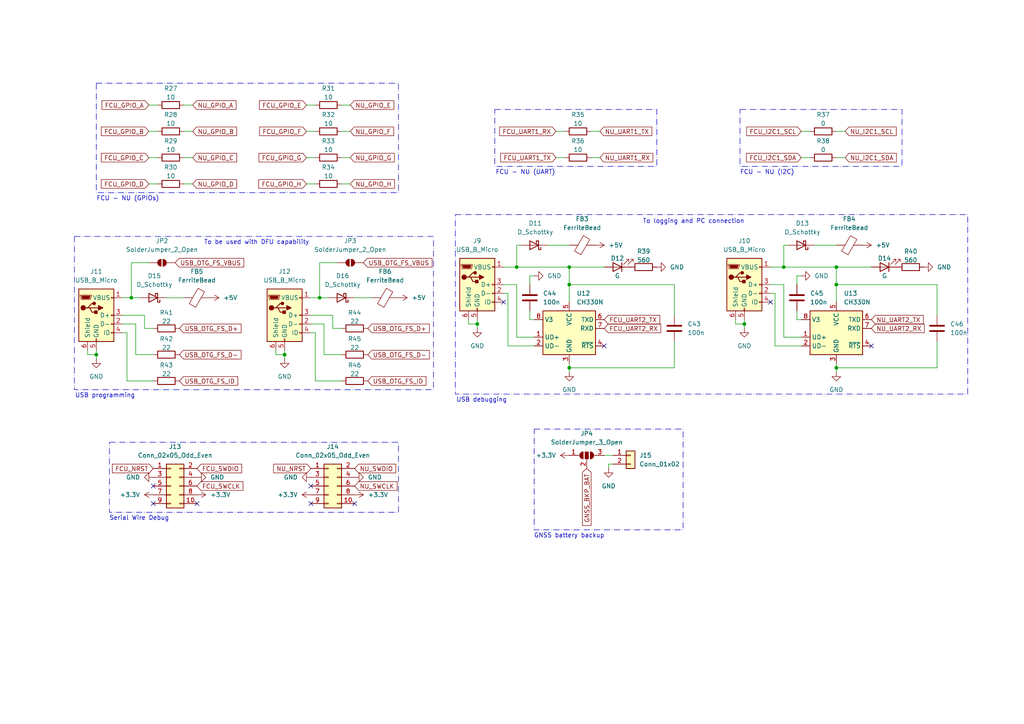
<source format=kicad_sch>
(kicad_sch (version 20250114) (generator "eeschema") (generator_version "9.0")
  (paper "A4")
  (lib_symbols
    (symbol "Connector:USB_B_Micro" (pin_names (offset 1.016))
      (property "Reference" "J" (at -5.08 11.43 0))
      (property "Value" "USB_B_Micro" (at -5.08 8.89 0))
      (symbol "USB_B_Micro_0_1"
        (rectangle (start -5.08 -7.62) (end 5.08 7.62) (stroke (width 0.254)) (fill (type background)))
        (polyline (pts (xy -4.699 5.842) (xy -4.699 5.588) (xy -4.445 4.826) (xy -4.445 4.572) (xy -1.651 4.572) (xy -1.651 4.826) (xy -1.397 5.588) (xy -1.397 5.842) (xy -4.699 5.842)))
        (polyline (pts (xy -4.318 5.588) (xy -1.778 5.588) (xy -2.032 4.826) (xy -4.064 4.826) (xy -4.318 5.588)) (fill (type outline)))
        (circle (center -3.81 2.159) (radius 0.635) (stroke (width 0.254)) (fill (type outline)))
        (polyline (pts (xy -3.175 2.159) (xy -2.54 2.159) (xy -1.27 3.429) (xy -0.635 3.429)) (stroke (width 0.254)))
        (polyline (pts (xy -2.54 2.159) (xy -1.905 2.159) (xy -1.27 0.889) (xy 0 0.889)) (stroke (width 0.254)))
        (polyline (pts (xy -1.905 2.159) (xy 0.635 2.159)) (stroke (width 0.254)))
        (circle (center -0.635 3.429) (radius 0.381) (stroke (width 0.254)) (fill (type outline)))
        (rectangle (start -0.127 -7.62) (end 0.127 -6.858))
        (rectangle (start 0.254 1.27) (end -0.508 0.508) (stroke (width 0.254)) (fill (type outline)))
        (polyline (pts (xy 0.635 2.794) (xy 0.635 1.524) (xy 1.905 2.159) (xy 0.635 2.794)) (stroke (width 0.254)) (fill (type outline)))
        (rectangle (start 5.08 4.953) (end 4.318 5.207))
        (rectangle (start 5.08 -0.127) (end 4.318 0.127))
        (rectangle (start 5.08 -2.667) (end 4.318 -2.413))
        (rectangle (start 5.08 -5.207) (end 4.318 -4.953))
      )
      (symbol "USB_B_Micro_1_1"
        (pin passive line (at -2.54 -10.16 90) (length 2.54) (name "Shield") (number "6"))
        (pin power_out line (at 0 -10.16 90) (length 2.54) (name "GND") (number "5"))
        (pin power_out line (at 7.62 5.08 180) (length 2.54) (name "VBUS") (number "1"))
        (pin bidirectional line (at 7.62 0 180) (length 2.54) (name "D+") (number "3"))
        (pin bidirectional line (at 7.62 -2.54 180) (length 2.54) (name "D-") (number "2"))
        (pin passive line (at 7.62 -5.08 180) (length 2.54) (name "ID") (number "4"))
      )
    )
    (symbol "Connector_Generic:Conn_01x02" (pin_names (offset 1.016) (hide yes))
      (property "Reference" "J" (at 0 2.54 0))
      (property "Value" "Conn_01x02" (at 0 -5.08 0))
      (symbol "Conn_01x02_1_1"
        (rectangle (start -1.27 1.27) (end 1.27 -3.81) (stroke (width 0.254)) (fill (type background)))
        (rectangle (start -1.27 0.127) (end 0 -0.127) (stroke (width 0.1524)))
        (rectangle (start -1.27 -2.413) (end 0 -2.667) (stroke (width 0.1524)))
        (pin passive line (at -5.08 0 0) (length 3.81) (name "Pin_1") (number "1"))
        (pin passive line (at -5.08 -2.54 0) (length 3.81) (name "Pin_2") (number "2"))
      )
    )
    (symbol "Connector_Generic:Conn_02x05_Odd_Even" (pin_names (offset 1.016) (hide yes))
      (property "Reference" "J" (at 1.27 7.62 0))
      (property "Value" "Conn_02x05_Odd_Even" (at 1.27 -7.62 0))
      (symbol "Conn_02x05_Odd_Even_1_1"
        (rectangle (start -1.27 6.35) (end 3.81 -6.35) (stroke (width 0.254)) (fill (type background)))
        (rectangle (start -1.27 5.207) (end 0 4.953) (stroke (width 0.1524)))
        (rectangle (start -1.27 2.667) (end 0 2.413) (stroke (width 0.1524)))
        (rectangle (start -1.27 0.127) (end 0 -0.127) (stroke (width 0.1524)))
        (rectangle (start -1.27 -2.413) (end 0 -2.667) (stroke (width 0.1524)))
        (rectangle (start -1.27 -4.953) (end 0 -5.207) (stroke (width 0.1524)))
        (rectangle (start 3.81 5.207) (end 2.54 4.953) (stroke (width 0.1524)))
        (rectangle (start 3.81 2.667) (end 2.54 2.413) (stroke (width 0.1524)))
        (rectangle (start 3.81 0.127) (end 2.54 -0.127) (stroke (width 0.1524)))
        (rectangle (start 3.81 -2.413) (end 2.54 -2.667) (stroke (width 0.1524)))
        (rectangle (start 3.81 -4.953) (end 2.54 -5.207) (stroke (width 0.1524)))
        (pin passive line (at -5.08 5.08 0) (length 3.81) (name "Pin_1") (number "1"))
        (pin passive line (at -5.08 2.54 0) (length 3.81) (name "Pin_3") (number "3"))
        (pin passive line (at -5.08 0 0) (length 3.81) (name "Pin_5") (number "5"))
        (pin passive line (at -5.08 -2.54 0) (length 3.81) (name "Pin_7") (number "7"))
        (pin passive line (at -5.08 -5.08 0) (length 3.81) (name "Pin_9") (number "9"))
        (pin passive line (at 7.62 5.08 180) (length 3.81) (name "Pin_2") (number "2"))
        (pin passive line (at 7.62 2.54 180) (length 3.81) (name "Pin_4") (number "4"))
        (pin passive line (at 7.62 0 180) (length 3.81) (name "Pin_6") (number "6"))
        (pin passive line (at 7.62 -2.54 180) (length 3.81) (name "Pin_8") (number "8"))
        (pin passive line (at 7.62 -5.08 180) (length 3.81) (name "Pin_10") (number "10"))
      )
    )
    (symbol "Device:C" (pin_numbers (hide yes)) (pin_names (offset 0.254))
      (property "Reference" "C" (at 0.635 2.54 0))
      (property "Value" "C" (at 0.635 -2.54 0))
      (symbol "C_0_1"
        (polyline (pts (xy -2.032 0.762) (xy 2.032 0.762)) (stroke (width 0.508)))
        (polyline (pts (xy -2.032 -0.762) (xy 2.032 -0.762)) (stroke (width 0.508)))
      )
      (symbol "C_1_1"
        (pin passive line (at 0 3.81 270) (length 2.794) (name "~") (number "1"))
        (pin passive line (at 0 -3.81 90) (length 2.794) (name "~") (number "2"))
      )
    )
    (symbol "Device:D_Schottky" (pin_numbers (hide yes)) (pin_names (offset 1.016) (hide yes))
      (property "Reference" "D" (at 0 2.54 0))
      (property "Value" "D_Schottky" (at 0 -2.54 0))
      (symbol "D_Schottky_0_1"
        (polyline (pts (xy -1.905 0.635) (xy -1.905 1.27) (xy -1.27 1.27) (xy -1.27 -1.27) (xy -0.635 -1.27) (xy -0.635 -0.635)) (stroke (width 0.254)))
        (polyline (pts (xy 1.27 1.27) (xy 1.27 -1.27) (xy -1.27 0) (xy 1.27 1.27)) (stroke (width 0.254)))
        (polyline (pts (xy 1.27 0) (xy -1.27 0)))
      )
      (symbol "D_Schottky_1_1"
        (pin passive line (at -3.81 0 0) (length 2.54) (name "K") (number "1"))
        (pin passive line (at 3.81 0 180) (length 2.54) (name "A") (number "2"))
      )
    )
    (symbol "Device:FerriteBead" (pin_numbers (hide yes)) (pin_names (offset 0))
      (property "Reference" "FB" (at -3.81 0.635 90))
      (property "Value" "FerriteBead" (at 3.81 0 90))
      (symbol "FerriteBead_0_1"
        (polyline (pts (xy -2.7686 0.4064) (xy -1.7018 2.2606) (xy 2.7686 -0.3048) (xy 1.6764 -2.159) (xy -2.7686 0.4064)))
        (polyline (pts (xy 0 1.27) (xy 0 1.2954)))
        (polyline (pts (xy 0 -1.27) (xy 0 -1.2192)))
      )
      (symbol "FerriteBead_1_1"
        (pin passive line (at 0 3.81 270) (length 2.54) (name "~") (number "1"))
        (pin passive line (at 0 -3.81 90) (length 2.54) (name "~") (number "2"))
      )
    )
    (symbol "Device:LED" (pin_numbers (hide yes)) (pin_names (offset 1.016) (hide yes))
      (property "Reference" "D" (at 0 2.54 0))
      (property "Value" "LED" (at 0 -2.54 0))
      (symbol "LED_0_1"
        (polyline (pts (xy -3.048 -0.762) (xy -4.572 -2.286) (xy -3.81 -2.286) (xy -4.572 -2.286) (xy -4.572 -1.524)))
        (polyline (pts (xy -1.778 -0.762) (xy -3.302 -2.286) (xy -2.54 -2.286) (xy -3.302 -2.286) (xy -3.302 -1.524)))
        (polyline (pts (xy -1.27 0) (xy 1.27 0)))
        (polyline (pts (xy -1.27 -1.27) (xy -1.27 1.27)) (stroke (width 0.254)))
        (polyline (pts (xy 1.27 -1.27) (xy 1.27 1.27) (xy -1.27 0) (xy 1.27 -1.27)) (stroke (width 0.254)))
      )
      (symbol "LED_1_1"
        (pin passive line (at -3.81 0 0) (length 2.54) (name "K") (number "1"))
        (pin passive line (at 3.81 0 180) (length 2.54) (name "A") (number "2"))
      )
    )
    (symbol "Device:R" (pin_numbers (hide yes)) (pin_names (offset 0))
      (property "Reference" "R" (at 2.032 0 90))
      (property "Value" "R" (at 0 0 90))
      (symbol "R_0_1"
        (rectangle (start -1.016 -2.54) (end 1.016 2.54) (stroke (width 0.254)))
      )
      (symbol "R_1_1"
        (pin passive line (at 0 3.81 270) (length 1.27) (name "~") (number "1"))
        (pin passive line (at 0 -3.81 90) (length 1.27) (name "~") (number "2"))
      )
    )
    (symbol "Interface_USB:CH330N"
      (property "Reference" "U" (at -7.62 6.35 0))
      (property "Value" "CH330N" (at 7.62 6.35 0))
      (symbol "CH330N_0_1"
        (rectangle (start -7.62 5.08) (end 7.62 -7.62) (stroke (width 0.254)) (fill (type background)))
      )
      (symbol "CH330N_1_1"
        (pin passive line (at -10.16 2.54 0) (length 2.54) (name "V3") (number "8"))
        (pin bidirectional line (at -10.16 -2.54 0) (length 2.54) (name "UD+") (number "1"))
        (pin bidirectional line (at -10.16 -5.08 0) (length 2.54) (name "UD-") (number "2"))
        (pin power_in line (at 0 7.62 270) (length 2.54) (name "VCC") (number "5"))
        (pin power_in line (at 0 -10.16 90) (length 2.54) (name "GND") (number "3"))
        (pin output line (at 10.16 2.54 180) (length 2.54) (name "TXD") (number "6"))
        (pin input line (at 10.16 0 180) (length 2.54) (name "RXD") (number "7"))
        (pin output line (at 10.16 -5.08 180) (length 2.54) (name "~{RTS}") (number "4"))
      )
    )
    (symbol "Jumper:SolderJumper_2_Open" (pin_numbers (hide yes)) (pin_names (offset 0) (hide yes)) (in_bom no)
      (property "Reference" "JP" (at 0 2.032 0))
      (property "Value" "SolderJumper_2_Open" (at 0 -2.54 0))
      (symbol "SolderJumper_2_Open_0_1"
        (polyline (pts (xy -0.254 1.016) (xy -0.254 -1.016)))
        (arc (start -0.254 -1.016) (mid -1.2656 0) (end -0.254 1.016))
        (arc (start -0.254 -1.016) (mid -1.2656 0) (end -0.254 1.016) (fill (type outline)))
        (arc (start 0.254 1.016) (mid 1.2656 0) (end 0.254 -1.016))
        (arc (start 0.254 1.016) (mid 1.2656 0) (end 0.254 -1.016) (fill (type outline)))
        (polyline (pts (xy 0.254 1.016) (xy 0.254 -1.016)))
      )
      (symbol "SolderJumper_2_Open_1_1"
        (pin passive line (at -3.81 0 0) (length 2.54) (name "A") (number "1"))
        (pin passive line (at 3.81 0 180) (length 2.54) (name "B") (number "2"))
      )
    )
    (symbol "Jumper:SolderJumper_3_Open" (pin_names (offset 0) (hide yes)) (in_bom no)
      (property "Reference" "JP" (at -2.54 -2.54 0))
      (property "Value" "SolderJumper_3_Open" (at 0 2.794 0))
      (symbol "SolderJumper_3_Open_0_1"
        (polyline (pts (xy -2.54 0) (xy -2.032 0)))
        (polyline (pts (xy -1.016 1.016) (xy -1.016 -1.016)))
        (arc (start -1.016 -1.016) (mid -2.0276 0) (end -1.016 1.016))
        (arc (start -1.016 -1.016) (mid -2.0276 0) (end -1.016 1.016) (fill (type outline)))
        (rectangle (start -0.508 1.016) (end 0.508 -1.016) (fill (type outline)))
        (polyline (pts (xy 0 -1.27) (xy 0 -1.016)))
        (arc (start 1.016 1.016) (mid 2.0276 0) (end 1.016 -1.016))
        (arc (start 1.016 1.016) (mid 2.0276 0) (end 1.016 -1.016) (fill (type outline)))
        (polyline (pts (xy 1.016 1.016) (xy 1.016 -1.016)))
        (polyline (pts (xy 2.54 0) (xy 2.032 0)))
      )
      (symbol "SolderJumper_3_Open_1_1"
        (pin passive line (at -5.08 0 0) (length 2.54) (name "A") (number "1"))
        (pin passive line (at 0 -3.81 90) (length 2.54) (name "C") (number "2"))
        (pin passive line (at 5.08 0 180) (length 2.54) (name "B") (number "3"))
      )
    )
    (symbol "power:+3.3V" (power) (pin_numbers (hide yes)) (pin_names (offset 0) (hide yes))
      (property "Value" "+3.3V" (at 0 3.556 0))
      (symbol "+3.3V_0_1"
        (polyline (pts (xy -0.762 1.27) (xy 0 2.54)))
        (polyline (pts (xy 0 2.54) (xy 0.762 1.27)))
        (polyline (pts (xy 0 0) (xy 0 2.54)))
      )
      (symbol "+3.3V_1_1"
        (pin power_in line (at 0 0 90) (length 0) (name "~") (number "1"))
      )
    )
    (symbol "power:+5V" (power) (pin_numbers (hide yes)) (pin_names (offset 0) (hide yes))
      (property "Value" "+5V" (at 0 3.556 0))
      (symbol "+5V_0_1"
        (polyline (pts (xy -0.762 1.27) (xy 0 2.54)))
        (polyline (pts (xy 0 2.54) (xy 0.762 1.27)))
        (polyline (pts (xy 0 0) (xy 0 2.54)))
      )
      (symbol "+5V_1_1"
        (pin power_in line (at 0 0 90) (length 0) (name "~") (number "1"))
      )
    )
    (symbol "power:GND" (power) (pin_numbers (hide yes)) (pin_names (offset 0) (hide yes))
      (property "Value" "GND" (at 0 -3.81 0))
      (symbol "GND_0_1"
        (polyline (pts (xy 0 0) (xy 0 -1.27) (xy 1.27 -1.27) (xy 0 -2.54) (xy -1.27 -1.27) (xy 0 -1.27)))
      )
      (symbol "GND_1_1"
        (pin power_in line (at 0 0 270) (length 0) (name "~") (number "1"))
      )
    )
  )
  (rectangle (start 31.75 128.27) (end 115.57 148.59) (stroke (width 0) (type dash_dot)))
  (rectangle (start 27.94 24.13) (end 115.57 55.88) (stroke (width 0) (type dash_dot)))
  (rectangle (start 143.51 31.75) (end 190.5 48.26) (stroke (width 0) (type dash_dot)))
  (rectangle (start 21.59 68.58) (end 125.73 113.03) (stroke (width 0) (type dash_dot)))
  (rectangle (start 132.08 62.23) (end 280.67 114.3) (stroke (width 0) (type dash_dot)))
  (rectangle (start 154.94 124.46) (end 198.12 153.67) (stroke (width 0) (type dash_dot)))
  (rectangle (start 214.63 31.75) (end 261.62 48.26) (stroke (width 0) (type dash_dot)))
  (text "To be used with DFU capability" (at 74.422 70.358 0) (effects (font (size 1.27 1.27))))
  (text "Serial Wire Debug" (at 40.386 150.368 0) (effects (font (size 1.27 1.27))))
  (text "FCU - NU (I2C)" (at 222.504 50.038 0) (effects (font (size 1.27 1.27))))
  (text "To logging and PC connection" (at 201.168 64.262 0) (effects (font (size 1.27 1.27))))
  (text "GNSS battery backup" (at 165.1 155.448 0) (effects (font (size 1.27 1.27))))
  (text "USB debugging" (at 139.7 116.078 0) (effects (font (size 1.27 1.27))))
  (text "FCU - NU (GPIOs)" (at 37.084 57.658 0) (effects (font (size 1.27 1.27))))
  (text "FCU - NU (UART)" (at 152.4 50.038 0) (effects (font (size 1.27 1.27))))
  (text "USB programming" (at 30.48 114.808 0) (effects (font (size 1.27 1.27))))
  (junction (at 242.57 77.47))
  (junction (at 82.55 102.87))
  (junction (at 92.71 86.36))
  (junction (at 149.86 77.47))
  (junction (at 138.43 93.98))
  (junction (at 242.57 82.55))
  (junction (at 242.57 106.68))
  (junction (at 227.33 77.47))
  (junction (at 38.1 86.36))
  (junction (at 165.1 82.55))
  (junction (at 215.9 93.98))
  (junction (at 165.1 77.47))
  (junction (at 27.94 102.87))
  (junction (at 165.1 106.68))
  (no_connect (at 175.26 100.33))
  (no_connect (at 44.45 140.97))
  (no_connect (at 252.73 100.33))
  (no_connect (at 223.52 87.63))
  (no_connect (at 44.45 146.05))
  (no_connect (at 146.05 87.63))
  (no_connect (at 90.17 140.97))
  (no_connect (at 57.15 146.05))
  (no_connect (at 102.87 146.05))
  (no_connect (at 90.17 146.05))
  (wire (pts (xy 213.36 93.98) (xy 213.36 92.71)))
  (wire (pts (xy 35.56 91.44) (xy 41.91 91.44)))
  (wire (pts (xy 91.44 110.49) (xy 99.06 110.49)))
  (wire (pts (xy 231.14 90.17) (xy 231.14 92.71)))
  (wire (pts (xy 43.18 45.72) (xy 45.72 45.72)))
  (wire (pts (xy 138.43 93.98) (xy 135.89 93.98)))
  (wire (pts (xy 96.52 91.44) (xy 96.52 95.25)))
  (wire (pts (xy 227.33 97.79) (xy 232.41 97.79)))
  (wire (pts (xy 227.33 82.55) (xy 227.33 97.79)))
  (wire (pts (xy 138.43 92.71) (xy 138.43 93.98)))
  (wire (pts (xy 92.71 86.36) (xy 92.71 76.2)))
  (wire (pts (xy 53.34 45.72) (xy 55.88 45.72)))
  (wire (pts (xy 88.9 38.1) (xy 91.44 38.1)))
  (wire (pts (xy 223.52 82.55) (xy 227.33 82.55)))
  (wire (pts (xy 149.86 71.12) (xy 151.13 71.12)))
  (wire (pts (xy 149.86 77.47) (xy 165.1 77.47)))
  (wire (pts (xy 165.1 77.47) (xy 175.26 77.47)))
  (wire (pts (xy 242.57 105.41) (xy 242.57 106.68)))
  (wire (pts (xy 38.1 86.36) (xy 38.1 76.2)))
  (wire (pts (xy 99.06 45.72) (xy 101.6 45.72)))
  (wire (pts (xy 90.17 96.52) (xy 91.44 96.52)))
  (wire (pts (xy 149.86 97.79) (xy 154.94 97.79)))
  (wire (pts (xy 242.57 82.55) (xy 242.57 87.63)))
  (wire (pts (xy 53.34 53.34) (xy 55.88 53.34)))
  (wire (pts (xy 223.52 85.09) (xy 224.79 85.09)))
  (wire (pts (xy 227.33 77.47) (xy 227.33 71.12)))
  (wire (pts (xy 165.1 82.55) (xy 165.1 87.63)))
  (wire (pts (xy 236.22 71.12) (xy 242.57 71.12)))
  (wire (pts (xy 232.41 38.1) (xy 234.95 38.1)))
  (wire (pts (xy 91.44 96.52) (xy 91.44 110.49)))
  (wire (pts (xy 80.01 102.87) (xy 80.01 101.6)))
  (wire (pts (xy 231.14 80.01) (xy 232.41 80.01)))
  (wire (pts (xy 48.26 86.36) (xy 53.34 86.36)))
  (wire (pts (xy 38.1 76.2) (xy 43.18 76.2)))
  (wire (pts (xy 146.05 85.09) (xy 147.32 85.09)))
  (wire (pts (xy 165.1 105.41) (xy 165.1 106.68)))
  (wire (pts (xy 175.26 132.08) (xy 177.8 132.08)))
  (wire (pts (xy 41.91 91.44) (xy 41.91 95.25)))
  (wire (pts (xy 242.57 77.47) (xy 242.57 82.55)))
  (wire (pts (xy 171.45 45.72) (xy 173.99 45.72)))
  (wire (pts (xy 99.06 30.48) (xy 101.6 30.48)))
  (wire (pts (xy 153.67 92.71) (xy 154.94 92.71)))
  (wire (pts (xy 82.55 102.87) (xy 82.55 104.14)))
  (wire (pts (xy 41.91 95.25) (xy 44.45 95.25)))
  (wire (pts (xy 138.43 93.98) (xy 138.43 95.25)))
  (wire (pts (xy 88.9 53.34) (xy 91.44 53.34)))
  (wire (pts (xy 224.79 100.33) (xy 232.41 100.33)))
  (wire (pts (xy 146.05 82.55) (xy 149.86 82.55)))
  (wire (pts (xy 158.75 71.12) (xy 165.1 71.12)))
  (wire (pts (xy 161.29 45.72) (xy 163.83 45.72)))
  (wire (pts (xy 231.14 82.55) (xy 231.14 80.01)))
  (wire (pts (xy 271.78 82.55) (xy 271.78 91.44)))
  (wire (pts (xy 43.18 38.1) (xy 45.72 38.1)))
  (wire (pts (xy 35.56 93.98) (xy 39.37 93.98)))
  (wire (pts (xy 88.9 45.72) (xy 91.44 45.72)))
  (wire (pts (xy 27.94 102.87) (xy 27.94 104.14)))
  (wire (pts (xy 53.34 38.1) (xy 55.88 38.1)))
  (wire (pts (xy 35.56 86.36) (xy 38.1 86.36)))
  (wire (pts (xy 242.57 38.1) (xy 245.11 38.1)))
  (wire (pts (xy 161.29 38.1) (xy 163.83 38.1)))
  (wire (pts (xy 43.18 30.48) (xy 45.72 30.48)))
  (wire (pts (xy 92.71 76.2) (xy 97.79 76.2)))
  (wire (pts (xy 55.88 30.48) (xy 53.34 30.48)))
  (wire (pts (xy 36.83 96.52) (xy 36.83 110.49)))
  (wire (pts (xy 223.52 77.47) (xy 227.33 77.47)))
  (wire (pts (xy 227.33 77.47) (xy 242.57 77.47)))
  (wire (pts (xy 149.86 77.47) (xy 149.86 71.12)))
  (wire (pts (xy 92.71 86.36) (xy 95.25 86.36)))
  (wire (pts (xy 102.87 86.36) (xy 107.95 86.36)))
  (wire (pts (xy 153.67 90.17) (xy 153.67 92.71)))
  (wire (pts (xy 96.52 95.25) (xy 99.06 95.25)))
  (wire (pts (xy 135.89 93.98) (xy 135.89 92.71)))
  (wire (pts (xy 153.67 82.55) (xy 153.67 80.01)))
  (wire (pts (xy 82.55 102.87) (xy 80.01 102.87)))
  (wire (pts (xy 165.1 82.55) (xy 195.58 82.55)))
  (wire (pts (xy 231.14 92.71) (xy 232.41 92.71)))
  (wire (pts (xy 227.33 71.12) (xy 228.6 71.12)))
  (wire (pts (xy 195.58 82.55) (xy 195.58 91.44)))
  (wire (pts (xy 171.45 38.1) (xy 173.99 38.1)))
  (wire (pts (xy 90.17 93.98) (xy 93.98 93.98)))
  (wire (pts (xy 224.79 85.09) (xy 224.79 100.33)))
  (wire (pts (xy 165.1 106.68) (xy 195.58 106.68)))
  (wire (pts (xy 195.58 106.68) (xy 195.58 99.06)))
  (wire (pts (xy 242.57 45.72) (xy 245.11 45.72)))
  (wire (pts (xy 35.56 96.52) (xy 36.83 96.52)))
  (wire (pts (xy 176.53 134.62) (xy 177.8 134.62)))
  (wire (pts (xy 99.06 38.1) (xy 101.6 38.1)))
  (wire (pts (xy 99.06 53.34) (xy 101.6 53.34)))
  (wire (pts (xy 90.17 86.36) (xy 92.71 86.36)))
  (wire (pts (xy 271.78 106.68) (xy 271.78 99.06)))
  (wire (pts (xy 27.94 101.6) (xy 27.94 102.87)))
  (wire (pts (xy 88.9 30.48) (xy 91.44 30.48)))
  (wire (pts (xy 242.57 82.55) (xy 271.78 82.55)))
  (wire (pts (xy 165.1 77.47) (xy 165.1 82.55)))
  (wire (pts (xy 215.9 92.71) (xy 215.9 93.98)))
  (wire (pts (xy 93.98 93.98) (xy 93.98 102.87)))
  (wire (pts (xy 215.9 93.98) (xy 215.9 95.25)))
  (wire (pts (xy 242.57 77.47) (xy 252.73 77.47)))
  (wire (pts (xy 27.94 102.87) (xy 25.4 102.87)))
  (wire (pts (xy 242.57 106.68) (xy 271.78 106.68)))
  (wire (pts (xy 82.55 101.6) (xy 82.55 102.87)))
  (wire (pts (xy 215.9 93.98) (xy 213.36 93.98)))
  (wire (pts (xy 147.32 85.09) (xy 147.32 100.33)))
  (wire (pts (xy 232.41 45.72) (xy 234.95 45.72)))
  (wire (pts (xy 38.1 86.36) (xy 40.64 86.36)))
  (wire (pts (xy 176.53 135.89) (xy 176.53 134.62)))
  (wire (pts (xy 39.37 93.98) (xy 39.37 102.87)))
  (wire (pts (xy 149.86 82.55) (xy 149.86 97.79)))
  (wire (pts (xy 147.32 100.33) (xy 154.94 100.33)))
  (wire (pts (xy 153.67 80.01) (xy 154.94 80.01)))
  (wire (pts (xy 242.57 106.68) (xy 242.57 107.95)))
  (wire (pts (xy 90.17 91.44) (xy 96.52 91.44)))
  (wire (pts (xy 39.37 102.87) (xy 44.45 102.87)))
  (wire (pts (xy 165.1 106.68) (xy 165.1 107.95)))
  (wire (pts (xy 43.18 53.34) (xy 45.72 53.34)))
  (wire (pts (xy 25.4 102.87) (xy 25.4 101.6)))
  (wire (pts (xy 93.98 102.87) (xy 99.06 102.87)))
  (wire (pts (xy 146.05 77.47) (xy 149.86 77.47)))
  (wire (pts (xy 36.83 110.49) (xy 44.45 110.49)))
  (global_label "FCU_SWCLK" (shape input) (at 57.15 140.97 0) (property "Intersheetrefs" "${INTERSHEET_REFS}" (effects (hide yes))))
  (global_label "NU_GPIO_E" (shape input) (at 101.6 30.48 0) (property "Intersheetrefs" "${INTERSHEET_REFS}" (effects (hide yes))))
  (global_label "NU_GPIO_D" (shape input) (at 55.88 53.34 0) (property "Intersheetrefs" "${INTERSHEET_REFS}" (effects (hide yes))))
  (global_label "FCU_GPIO_H" (shape input) (at 88.9 53.34 180) (property "Intersheetrefs" "${INTERSHEET_REFS}" (effects (hide yes))))
  (global_label "NU_I2C1_SDA" (shape input) (at 245.11 45.72 0) (property "Intersheetrefs" "${INTERSHEET_REFS}" (effects (hide yes))))
  (global_label "FCU_I2C1_SDA" (shape input) (at 232.41 45.72 180) (property "Intersheetrefs" "${INTERSHEET_REFS}" (effects (hide yes))))
  (global_label "FCU_UART2_TX" (shape input) (at 175.26 92.71 0) (property "Intersheetrefs" "${INTERSHEET_REFS}" (effects (hide yes))))
  (global_label "NU_GPIO_G" (shape input) (at 101.6 45.72 0) (property "Intersheetrefs" "${INTERSHEET_REFS}" (effects (hide yes))))
  (global_label "FCU_GPIO_A" (shape input) (at 43.18 30.48 180) (property "Intersheetrefs" "${INTERSHEET_REFS}" (effects (hide yes))))
  (global_label "NU_GPIO_H" (shape input) (at 101.6 53.34 0) (property "Intersheetrefs" "${INTERSHEET_REFS}" (effects (hide yes))))
  (global_label "NU_I2C1_SCL" (shape input) (at 245.11 38.1 0) (property "Intersheetrefs" "${INTERSHEET_REFS}" (effects (hide yes))))
  (global_label "NU_UART2_TX" (shape input) (at 252.73 92.71 0) (property "Intersheetrefs" "${INTERSHEET_REFS}" (effects (hide yes))))
  (global_label "FCU_UART2_RX" (shape input) (at 175.26 95.25 0) (property "Intersheetrefs" "${INTERSHEET_REFS}" (effects (hide yes))))
  (global_label "USB_OTG_FS_D-" (shape input) (at 106.68 102.87 0) (property "Intersheetrefs" "${INTERSHEET_REFS}" (effects (hide yes))))
  (global_label "NU_GPIO_B" (shape input) (at 55.88 38.1 0) (property "Intersheetrefs" "${INTERSHEET_REFS}" (effects (hide yes))))
  (global_label "FCU_GPIO_F" (shape input) (at 88.9 38.1 180) (property "Intersheetrefs" "${INTERSHEET_REFS}" (effects (hide yes))))
  (global_label "NU_UART2_RX" (shape input) (at 252.73 95.25 0) (property "Intersheetrefs" "${INTERSHEET_REFS}" (effects (hide yes))))
  (global_label "USB_OTG_FS_ID" (shape input) (at 106.68 110.49 0) (property "Intersheetrefs" "${INTERSHEET_REFS}" (effects (hide yes))))
  (global_label "NU_GPIO_C" (shape input) (at 55.88 45.72 0) (property "Intersheetrefs" "${INTERSHEET_REFS}" (effects (hide yes))))
  (global_label "USB_OTG_FS_VBUS" (shape input) (at 50.8 76.2 0) (property "Intersheetrefs" "${INTERSHEET_REFS}" (effects (hide yes))))
  (global_label "NU_NRST" (shape input) (at 90.17 135.89 180) (property "Intersheetrefs" "${INTERSHEET_REFS}" (effects (hide yes))))
  (global_label "USB_OTG_FS_D+" (shape input) (at 52.07 95.25 0) (property "Intersheetrefs" "${INTERSHEET_REFS}" (effects (hide yes))))
  (global_label "FCU_I2C1_SCL" (shape input) (at 232.41 38.1 180) (property "Intersheetrefs" "${INTERSHEET_REFS}" (effects (hide yes))))
  (global_label "FCU_UART1_RX" (shape input) (at 161.29 38.1 180) (property "Intersheetrefs" "${INTERSHEET_REFS}" (effects (hide yes))))
  (global_label "USB_OTG_FS_VBUS" (shape input) (at 105.41 76.2 0) (property "Intersheetrefs" "${INTERSHEET_REFS}" (effects (hide yes))))
  (global_label "FCU_GPIO_G" (shape input) (at 88.9 45.72 180) (property "Intersheetrefs" "${INTERSHEET_REFS}" (effects (hide yes))))
  (global_label "FCU_SWDIO" (shape input) (at 57.15 135.89 0) (property "Intersheetrefs" "${INTERSHEET_REFS}" (effects (hide yes))))
  (global_label "FCU_GPIO_B" (shape input) (at 43.18 38.1 180) (property "Intersheetrefs" "${INTERSHEET_REFS}" (effects (hide yes))))
  (global_label "USB_OTG_FS_D-" (shape input) (at 52.07 102.87 0) (property "Intersheetrefs" "${INTERSHEET_REFS}" (effects (hide yes))))
  (global_label "NU_UART1_TX" (shape input) (at 173.99 38.1 0) (property "Intersheetrefs" "${INTERSHEET_REFS}" (effects (hide yes))))
  (global_label "FCU_NRST" (shape input) (at 44.45 135.89 180) (property "Intersheetrefs" "${INTERSHEET_REFS}" (effects (hide yes))))
  (global_label "NU_GPIO_F" (shape input) (at 101.6 38.1 0) (property "Intersheetrefs" "${INTERSHEET_REFS}" (effects (hide yes))))
  (global_label "NU_SWCLK" (shape input) (at 102.87 140.97 0) (property "Intersheetrefs" "${INTERSHEET_REFS}" (effects (hide yes))))
  (global_label "FCU_GPIO_E" (shape input) (at 88.9 30.48 180) (property "Intersheetrefs" "${INTERSHEET_REFS}" (effects (hide yes))))
  (global_label "NU_SWDIO" (shape input) (at 102.87 135.89 0) (property "Intersheetrefs" "${INTERSHEET_REFS}" (effects (hide yes))))
  (global_label "NU_GPIO_A" (shape input) (at 55.88 30.48 0) (property "Intersheetrefs" "${INTERSHEET_REFS}" (effects (hide yes))))
  (global_label "NU_UART1_RX" (shape input) (at 173.99 45.72 0) (property "Intersheetrefs" "${INTERSHEET_REFS}" (effects (hide yes))))
  (global_label "USB_OTG_FS_ID" (shape input) (at 52.07 110.49 0) (property "Intersheetrefs" "${INTERSHEET_REFS}" (effects (hide yes))))
  (global_label "USB_OTG_FS_D+" (shape input) (at 106.68 95.25 0) (property "Intersheetrefs" "${INTERSHEET_REFS}" (effects (hide yes))))
  (global_label "GNSS_BKP_BAT" (shape input) (at 170.18 135.89 270) (property "Intersheetrefs" "${INTERSHEET_REFS}" (effects (hide yes))))
  (global_label "FCU_GPIO_D" (shape input) (at 43.18 53.34 180) (property "Intersheetrefs" "${INTERSHEET_REFS}" (effects (hide yes))))
  (global_label "FCU_GPIO_C" (shape input) (at 43.18 45.72 180) (property "Intersheetrefs" "${INTERSHEET_REFS}" (effects (hide yes))))
  (global_label "FCU_UART1_TX" (shape input) (at 161.29 45.72 180) (property "Intersheetrefs" "${INTERSHEET_REFS}" (effects (hide yes))))
  (symbol (lib_id "Device:R") (at 167.64 45.72 90) (unit 1)
    (property "Reference" "R36" (at 167.64 40.894 90))
    (property "Value" "10" (at 167.64 43.434 90))
    (property "Description" "Resistor" (effects (hide yes)))
  )
  (symbol (lib_id "Device:R") (at 48.26 110.49 90) (unit 1)
    (property "Reference" "R43" (at 48.26 105.918 90))
    (property "Value" "22" (at 48.26 108.458 90))
    (property "Description" "Resistor" (effects (hide yes)))
  )
  (symbol (lib_id "Device:R") (at 167.64 38.1 90) (unit 1)
    (property "Reference" "R35" (at 167.64 33.274 90))
    (property "Value" "10" (at 167.64 35.814 90))
    (property "Description" "Resistor" (effects (hide yes)))
  )
  (symbol (lib_id "Device:R") (at 238.76 38.1 270) (unit 1)
    (property "Reference" "R37" (at 238.76 33.274 90))
    (property "Value" "0" (at 238.76 35.814 90))
    (property "Description" "Resistor" (effects (hide yes)))
  )
  (symbol (lib_id "Jumper:SolderJumper_3_Open") (at 170.18 132.08 0) (unit 1) (in_bom no)
    (property "Reference" "JP4" (at 170.18 125.73 0))
    (property "Value" "SolderJumper_3_Open" (at 170.18 128.27 0))
    (property "Description" "Solder Jumper, 3-pole, open" (effects (hide yes)))
  )
  (symbol (lib_id "Device:D_Schottky") (at 44.45 86.36 180) (unit 1)
    (property "Reference" "D15" (at 44.7675 80.01 0))
    (property "Value" "D_Schottky" (at 44.7675 82.55 0))
    (property "Description" "Schottky diode" (effects (hide yes)))
  )
  (symbol (lib_id "power:GND") (at 27.94 104.14 0) (unit 1)
    (property "Reference" "#PWR093" (effects (hide yes)))
    (property "Value" "GND" (at 27.94 109.22 0))
    (property "Description" "Power symbol creates a global label with name \"GND\" , ground" (effects (hide yes)))
  )
  (symbol (lib_id "Device:R") (at 102.87 102.87 90) (unit 1)
    (property "Reference" "R45" (at 102.87 98.298 90))
    (property "Value" "22" (at 102.87 100.838 90))
    (property "Description" "Resistor" (effects (hide yes)))
  )
  (symbol (lib_id "power:+5V") (at 115.57 86.36 270) (unit 1)
    (property "Reference" "#PWR094" (effects (hide yes)))
    (property "Value" "+5V" (at 119.38 86.3599 90) (effects (justify left)))
    (property "Description" "Power symbol creates a global label with name \"+5V\"" (effects (hide yes)))
  )
  (symbol (lib_id "Connector:USB_B_Micro") (at 27.94 91.44 0) (unit 1)
    (property "Reference" "J11" (at 27.94 78.74 0))
    (property "Value" "USB_B_Micro" (at 27.94 81.28 0))
    (property "Description" "USB Micro Type B connector" (effects (hide yes)))
  )
  (symbol (lib_id "power:GND") (at 176.53 135.89 0) (unit 1)
    (property "Reference" "#PWR0104" (effects (hide yes)))
    (property "Value" "GND" (at 176.53 140.97 0))
    (property "Description" "Power symbol creates a global label with name \"GND\" , ground" (effects (hide yes)))
  )
  (symbol (lib_id "Device:C") (at 153.67 86.36 0) (unit 1)
    (property "Reference" "C44" (at 157.48 85.0899 0) (effects (justify left)))
    (property "Value" "100n" (at 157.48 87.6299 0) (effects (justify left)))
    (property "Description" "Unpolarized capacitor" (effects (hide yes)))
  )
  (symbol (lib_id "Device:R") (at 102.87 110.49 90) (unit 1)
    (property "Reference" "R46" (at 102.87 105.918 90))
    (property "Value" "22" (at 102.87 108.458 90))
    (property "Description" "Resistor" (effects (hide yes)))
  )
  (symbol (lib_id "Device:R") (at 49.53 30.48 90) (unit 1)
    (property "Reference" "R27" (at 49.53 25.654 90))
    (property "Value" "10" (at 49.53 28.194 90))
    (property "Description" "Resistor" (effects (hide yes)))
  )
  (symbol (lib_id "Device:FerriteBead") (at 111.76 86.36 90) (unit 1)
    (property "Reference" "FB6" (at 111.7092 78.74 90))
    (property "Value" "FerriteBead" (at 111.7092 81.28 90))
    (property "Description" "Ferrite bead" (effects (hide yes)))
  )
  (symbol (lib_id "power:GND") (at 242.57 107.95 0) (unit 1)
    (property "Reference" "#PWR089" (effects (hide yes)))
    (property "Value" "GND" (at 242.57 113.03 0))
    (property "Description" "Power symbol creates a global label with name \"GND\" , ground" (effects (hide yes)))
  )
  (symbol (lib_id "Connector:USB_B_Micro") (at 138.43 82.55 0) (unit 1)
    (property "Reference" "J9" (at 138.43 69.85 0))
    (property "Value" "USB_B_Micro" (at 138.43 72.39 0))
    (property "Description" "USB Micro Type B connector" (effects (hide yes)))
  )
  (symbol (lib_id "Device:R") (at 48.26 95.25 90) (unit 1)
    (property "Reference" "R41" (at 48.26 90.678 90))
    (property "Value" "22" (at 48.26 93.218 90))
    (property "Description" "Resistor" (effects (hide yes)))
  )
  (symbol (lib_id "power:+3.3V") (at 102.87 143.51 270) (unit 1)
    (property "Reference" "#PWR0103" (effects (hide yes)))
    (property "Value" "+3.3V" (at 106.68 143.5099 90) (effects (justify left)))
    (property "Description" "Power symbol creates a global label with name \"+3.3V\"" (effects (hide yes)))
  )
  (symbol (lib_id "Connector_Generic:Conn_02x05_Odd_Even") (at 49.53 140.97 0) (unit 1)
    (property "Reference" "J13" (at 50.8 129.54 0))
    (property "Value" "Conn_02x05_Odd_Even" (at 50.8 132.08 0))
    (property "Description" "Generic connector, double row, 02x05, odd/even pin numbering scheme (row 1 odd numbers, row 2 even numbers), script generated (kicad-library-utils/schlib/autogen/connector/)" (effects (hide yes)))
  )
  (symbol (lib_id "Interface_USB:CH330N") (at 242.57 95.25 0) (unit 1)
    (property "Reference" "U13" (at 244.7133 85.09 0) (effects (justify left)))
    (property "Value" "CH330N" (at 244.7133 87.63 0) (effects (justify left)))
    (property "Footprint" "Package_SO:SOIC-8_3.9x4.9mm_P1.27mm" (effects (hide yes)))
    (property "Datasheet" "http://www.wch.cn/downloads/file/240.html" (effects (hide yes)))
    (property "Description" "USB serial converter, UART, SOIC-8" (effects (hide yes)))
  )
  (symbol (lib_id "Device:R") (at 102.87 95.25 90) (unit 1)
    (property "Reference" "R44" (at 102.87 90.678 90))
    (property "Value" "22" (at 102.87 93.218 90))
    (property "Description" "Resistor" (effects (hide yes)))
  )
  (symbol (lib_id "Device:C") (at 195.58 95.25 0) (unit 1)
    (property "Reference" "C43" (at 199.39 93.9799 0) (effects (justify left)))
    (property "Value" "100n" (at 199.39 96.5199 0) (effects (justify left)))
    (property "Description" "Unpolarized capacitor" (effects (hide yes)))
  )
  (symbol (lib_id "Device:D_Schottky") (at 99.06 86.36 180) (unit 1)
    (property "Reference" "D16" (at 99.3775 80.01 0))
    (property "Value" "D_Schottky" (at 99.3775 82.55 0))
    (property "Description" "Schottky diode" (effects (hide yes)))
  )
  (symbol (lib_id "power:GND") (at 215.9 95.25 0) (unit 1)
    (property "Reference" "#PWR087" (effects (hide yes)))
    (property "Value" "GND" (at 215.9 100.33 0))
    (property "Description" "Power symbol creates a global label with name \"GND\" , ground" (effects (hide yes)))
  )
  (symbol (lib_id "Device:D_Schottky") (at 232.41 71.12 180) (unit 1)
    (property "Reference" "D13" (at 232.7275 64.77 0))
    (property "Value" "D_Schottky" (at 232.7275 67.31 0))
    (property "Description" "Schottky diode" (effects (hide yes)))
  )
  (symbol (lib_id "power:GND") (at 232.41 80.01 90) (unit 1)
    (property "Reference" "#PWR088" (effects (hide yes)))
    (property "Value" "GND" (at 236.22 80.0099 90) (effects (justify right)))
    (property "Description" "Power symbol creates a global label with name \"GND\" , ground" (effects (hide yes)))
  )
  (symbol (lib_id "Device:FerriteBead") (at 168.91 71.12 90) (unit 1)
    (property "Reference" "FB3" (at 168.8592 63.5 90))
    (property "Value" "FerriteBead" (at 168.8592 66.04 90))
    (property "Description" "Ferrite bead" (effects (hide yes)))
  )
  (symbol (lib_id "power:GND") (at 57.15 138.43 90) (unit 1)
    (property "Reference" "#PWR097" (effects (hide yes)))
    (property "Value" "GND" (at 60.96 138.4299 90) (effects (justify right)))
    (property "Description" "Power symbol creates a global label with name \"GND\" , ground" (effects (hide yes)))
  )
  (symbol (lib_id "Interface_USB:CH330N") (at 165.1 95.25 0) (unit 1)
    (property "Reference" "U12" (at 167.2433 85.09 0) (effects (justify left)))
    (property "Value" "CH330N" (at 167.2433 87.63 0) (effects (justify left)))
    (property "Footprint" "Package_SO:SOIC-8_3.9x4.9mm_P1.27mm" (effects (hide yes)))
    (property "Datasheet" "http://www.wch.cn/downloads/file/240.html" (effects (hide yes)))
    (property "Description" "USB serial converter, UART, SOIC-8" (effects (hide yes)))
  )
  (symbol (lib_id "power:GND") (at 90.17 138.43 270) (unit 1)
    (property "Reference" "#PWR0100" (effects (hide yes)))
    (property "Value" "GND" (at 86.36 138.4299 90) (effects (justify right)))
    (property "Description" "Power symbol creates a global label with name \"GND\" , ground" (effects (hide yes)))
  )
  (symbol (lib_id "power:GND") (at 44.45 138.43 270) (unit 1)
    (property "Reference" "#PWR096" (effects (hide yes)))
    (property "Value" "GND" (at 40.64 138.4299 90) (effects (justify right)))
    (property "Description" "Power symbol creates a global label with name \"GND\" , ground" (effects (hide yes)))
  )
  (symbol (lib_id "Device:C") (at 271.78 95.25 0) (unit 1)
    (property "Reference" "C46" (at 275.59 93.9799 0) (effects (justify left)))
    (property "Value" "100n" (at 275.59 96.5199 0) (effects (justify left)))
    (property "Description" "Unpolarized capacitor" (effects (hide yes)))
  )
  (symbol (lib_id "Device:LED") (at 179.07 77.47 180) (unit 1)
    (property "Reference" "D12" (at 179.07 74.93 0))
    (property "Value" "G" (at 179.07 80.01 0))
    (property "Description" "Light emitting diode" (effects (hide yes)))
    (property "Sim.Pins" "1=K 2=A" (effects (hide yes)))
  )
  (symbol (lib_id "power:GND") (at 267.97 77.47 90) (unit 1)
    (property "Reference" "#PWR091" (effects (hide yes)))
    (property "Value" "GND" (at 271.78 77.4699 90) (effects (justify right)))
    (property "Description" "Power symbol creates a global label with name \"GND\" , ground" (effects (hide yes)))
  )
  (symbol (lib_id "Connector_Generic:Conn_02x05_Odd_Even") (at 95.25 140.97 0) (unit 1)
    (property "Reference" "J14" (at 96.52 129.54 0))
    (property "Value" "Conn_02x05_Odd_Even" (at 96.52 132.08 0))
    (property "Description" "Generic connector, double row, 02x05, odd/even pin numbering scheme (row 1 odd numbers, row 2 even numbers), script generated (kicad-library-utils/schlib/autogen/connector/)" (effects (hide yes)))
  )
  (symbol (lib_id "power:+3.3V") (at 57.15 143.51 270) (unit 1)
    (property "Reference" "#PWR099" (effects (hide yes)))
    (property "Value" "+3.3V" (at 60.96 143.5099 90) (effects (justify left)))
    (property "Description" "Power symbol creates a global label with name \"+3.3V\"" (effects (hide yes)))
  )
  (symbol (lib_id "Device:FerriteBead") (at 57.15 86.36 90) (unit 1)
    (property "Reference" "FB5" (at 57.0992 78.74 90))
    (property "Value" "FerriteBead" (at 57.0992 81.28 90))
    (property "Description" "Ferrite bead" (effects (hide yes)))
  )
  (symbol (lib_id "power:GND") (at 102.87 138.43 90) (unit 1)
    (property "Reference" "#PWR0101" (effects (hide yes)))
    (property "Value" "GND" (at 106.68 138.4299 90) (effects (justify right)))
    (property "Description" "Power symbol creates a global label with name \"GND\" , ground" (effects (hide yes)))
  )
  (symbol (lib_id "Device:R") (at 238.76 45.72 90) (unit 1)
    (property "Reference" "R38" (at 238.76 40.894 90))
    (property "Value" "0" (at 238.76 43.434 90))
    (property "Description" "Resistor" (effects (hide yes)))
  )
  (symbol (lib_id "Connector_Generic:Conn_01x02") (at 182.88 132.08 0) (unit 1)
    (property "Reference" "J15" (at 185.42 132.0799 0) (effects (justify left)))
    (property "Value" "Conn_01x02" (at 185.42 134.6199 0) (effects (justify left)))
    (property "Description" "Generic connector, single row, 01x02, script generated (kicad-library-utils/schlib/autogen/connector/)" (effects (hide yes)))
  )
  (symbol (lib_id "Connector:USB_B_Micro") (at 82.55 91.44 0) (unit 1)
    (property "Reference" "J12" (at 82.55 78.74 0))
    (property "Value" "USB_B_Micro" (at 82.55 81.28 0))
    (property "Description" "USB Micro Type B connector" (effects (hide yes)))
  )
  (symbol (lib_id "power:+3.3V") (at 90.17 143.51 90) (unit 1)
    (property "Reference" "#PWR0102" (effects (hide yes)))
    (property "Value" "+3.3V" (at 86.36 143.5099 90) (effects (justify left)))
    (property "Description" "Power symbol creates a global label with name \"+3.3V\"" (effects (hide yes)))
  )
  (symbol (lib_id "Device:C") (at 231.14 86.36 0) (unit 1)
    (property "Reference" "C45" (at 234.95 85.0899 0) (effects (justify left)))
    (property "Value" "100n" (at 234.95 87.6299 0) (effects (justify left)))
    (property "Description" "Unpolarized capacitor" (effects (hide yes)))
  )
  (symbol (lib_id "power:+5V") (at 60.96 86.36 270) (unit 1)
    (property "Reference" "#PWR092" (effects (hide yes)))
    (property "Value" "+5V" (at 64.77 86.3599 90) (effects (justify left)))
    (property "Description" "Power symbol creates a global label with name \"+5V\"" (effects (hide yes)))
  )
  (symbol (lib_id "power:GND") (at 165.1 107.95 0) (unit 1)
    (property "Reference" "#PWR084" (effects (hide yes)))
    (property "Value" "GND" (at 165.1 113.03 0))
    (property "Description" "Power symbol creates a global label with name \"GND\" , ground" (effects (hide yes)))
  )
  (symbol (lib_id "power:+5V") (at 172.72 71.12 270) (unit 1)
    (property "Reference" "#PWR083" (effects (hide yes)))
    (property "Value" "+5V" (at 176.53 71.1199 90) (effects (justify left)))
    (property "Description" "Power symbol creates a global label with name \"+5V\"" (effects (hide yes)))
  )
  (symbol (lib_id "Device:R") (at 48.26 102.87 90) (unit 1)
    (property "Reference" "R42" (at 48.26 98.298 90))
    (property "Value" "22" (at 48.26 100.838 90))
    (property "Description" "Resistor" (effects (hide yes)))
  )
  (symbol (lib_id "Device:D_Schottky") (at 154.94 71.12 180) (unit 1)
    (property "Reference" "D11" (at 155.2575 64.77 0))
    (property "Value" "D_Schottky" (at 155.2575 67.31 0))
    (property "Description" "Schottky diode" (effects (hide yes)))
  )
  (symbol (lib_id "Jumper:SolderJumper_2_Open") (at 101.6 76.2 0) (unit 1) (in_bom no)
    (property "Reference" "JP3" (at 101.6 69.85 0))
    (property "Value" "SolderJumper_2_Open" (at 101.6 72.39 0))
    (property "Description" "Solder Jumper, 2-pole, open" (effects (hide yes)))
  )
  (symbol (lib_id "Device:R") (at 95.25 45.72 90) (unit 1)
    (property "Reference" "R33" (at 95.25 40.894 90))
    (property "Value" "10" (at 95.25 43.434 90))
    (property "Description" "Resistor" (effects (hide yes)))
  )
  (symbol (lib_id "Device:R") (at 186.69 77.47 90) (unit 1)
    (property "Reference" "R39" (at 186.69 72.898 90))
    (property "Value" "560" (at 186.69 75.438 90))
    (property "Description" "Resistor" (effects (hide yes)))
  )
  (symbol (lib_id "Device:R") (at 95.25 53.34 90) (unit 1)
    (property "Reference" "R34" (at 95.25 48.514 90))
    (property "Value" "10" (at 95.25 51.054 90))
    (property "Description" "Resistor" (effects (hide yes)))
  )
  (symbol (lib_id "power:GND") (at 138.43 95.25 0) (unit 1)
    (property "Reference" "#PWR082" (effects (hide yes)))
    (property "Value" "GND" (at 138.43 100.33 0))
    (property "Description" "Power symbol creates a global label with name \"GND\" , ground" (effects (hide yes)))
  )
  (symbol (lib_id "Device:R") (at 95.25 38.1 90) (unit 1)
    (property "Reference" "R32" (at 95.25 33.274 90))
    (property "Value" "10" (at 95.25 35.814 90))
    (property "Description" "Resistor" (effects (hide yes)))
  )
  (symbol (lib_id "power:GND") (at 190.5 77.47 90) (unit 1)
    (property "Reference" "#PWR086" (effects (hide yes)))
    (property "Value" "GND" (at 194.31 77.4699 90) (effects (justify right)))
    (property "Description" "Power symbol creates a global label with name \"GND\" , ground" (effects (hide yes)))
  )
  (symbol (lib_id "Device:R") (at 95.25 30.48 90) (unit 1)
    (property "Reference" "R31" (at 95.25 25.654 90))
    (property "Value" "10" (at 95.25 28.194 90))
    (property "Description" "Resistor" (effects (hide yes)))
  )
  (symbol (lib_id "power:GND") (at 154.94 80.01 90) (unit 1)
    (property "Reference" "#PWR085" (effects (hide yes)))
    (property "Value" "GND" (at 158.75 80.0099 90) (effects (justify right)))
    (property "Description" "Power symbol creates a global label with name \"GND\" , ground" (effects (hide yes)))
  )
  (symbol (lib_id "Jumper:SolderJumper_2_Open") (at 46.99 76.2 0) (unit 1) (in_bom no)
    (property "Reference" "JP2" (at 46.99 69.85 0))
    (property "Value" "SolderJumper_2_Open" (at 46.99 72.39 0))
    (property "Description" "Solder Jumper, 2-pole, open" (effects (hide yes)))
  )
  (symbol (lib_id "Device:FerriteBead") (at 246.38 71.12 90) (unit 1)
    (property "Reference" "FB4" (at 246.3292 63.5 90))
    (property "Value" "FerriteBead" (at 246.3292 66.04 90))
    (property "Description" "Ferrite bead" (effects (hide yes)))
  )
  (symbol (lib_id "Device:LED") (at 256.54 77.47 180) (unit 1)
    (property "Reference" "D14" (at 256.54 74.93 0))
    (property "Value" "G" (at 256.54 80.01 0))
    (property "Description" "Light emitting diode" (effects (hide yes)))
    (property "Sim.Pins" "1=K 2=A" (effects (hide yes)))
  )
  (symbol (lib_id "power:+3.3V") (at 165.1 132.08 90) (unit 1)
    (property "Reference" "#PWR0105" (effects (hide yes)))
    (property "Value" "+3.3V" (at 161.29 132.0799 90) (effects (justify left)))
    (property "Description" "Power symbol creates a global label with name \"+3.3V\"" (effects (hide yes)))
  )
  (symbol (lib_id "power:+3.3V") (at 44.45 143.51 90) (unit 1)
    (property "Reference" "#PWR098" (effects (hide yes)))
    (property "Value" "+3.3V" (at 40.64 143.5099 90) (effects (justify left)))
    (property "Description" "Power symbol creates a global label with name \"+3.3V\"" (effects (hide yes)))
  )
  (symbol (lib_id "power:+5V") (at 250.19 71.12 270) (unit 1)
    (property "Reference" "#PWR090" (effects (hide yes)))
    (property "Value" "+5V" (at 254 71.1199 90) (effects (justify left)))
    (property "Description" "Power symbol creates a global label with name \"+5V\"" (effects (hide yes)))
  )
  (symbol (lib_id "Device:R") (at 49.53 53.34 90) (unit 1)
    (property "Reference" "R30" (at 49.53 48.514 90))
    (property "Value" "10" (at 49.53 51.054 90))
    (property "Description" "Resistor" (effects (hide yes)))
  )
  (symbol (lib_id "power:GND") (at 82.55 104.14 0) (unit 1)
    (property "Reference" "#PWR095" (effects (hide yes)))
    (property "Value" "GND" (at 82.55 109.22 0))
    (property "Description" "Power symbol creates a global label with name \"GND\" , ground" (effects (hide yes)))
  )
  (symbol (lib_id "Device:R") (at 49.53 45.72 90) (unit 1)
    (property "Reference" "R29" (at 49.53 40.894 90))
    (property "Value" "10" (at 49.53 43.434 90))
    (property "Description" "Resistor" (effects (hide yes)))
  )
  (symbol (lib_id "Device:R") (at 264.16 77.47 90) (unit 1)
    (property "Reference" "R40" (at 264.16 72.898 90))
    (property "Value" "560" (at 264.16 75.438 90))
    (property "Description" "Resistor" (effects (hide yes)))
  )
  (symbol (lib_id "Device:R") (at 49.53 38.1 90) (unit 1)
    (property "Reference" "R28" (at 49.53 33.274 90))
    (property "Value" "10" (at 49.53 35.814 90))
    (property "Description" "Resistor" (effects (hide yes)))
  )
  (symbol (lib_id "Connector:USB_B_Micro") (at 215.9 82.55 0) (unit 1)
    (property "Reference" "J10" (at 215.9 69.85 0))
    (property "Value" "USB_B_Micro" (at 215.9 72.39 0))
    (property "Description" "USB Micro Type B connector" (effects (hide yes)))
  )
)
</source>
